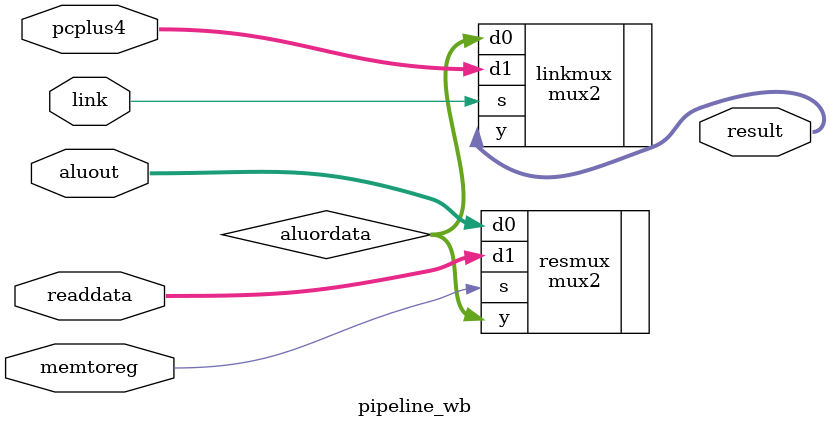
<source format=v>
`include "simparams.vh"


module pipeline_wb(input         memtoreg,
                   input         link,
                   input [31:0]  aluout,
                   input [31:0]  readdata,
                   input [31:0]  pcplus4,
                   output [31:0] result);

   wire [31:0]                  aluordata;

   mux2 #(32) resmux(.d0 (aluout),
                     .d1 (readdata),
                     .s  (memtoreg),
                     .y  (aluordata));

   mux2 #(32) linkmux(
                      .d0 (aluordata),
                      .d1 (pcplus4),
                      .s  (link),
                      .y  (result));
endmodule // pipeline_wb

</source>
